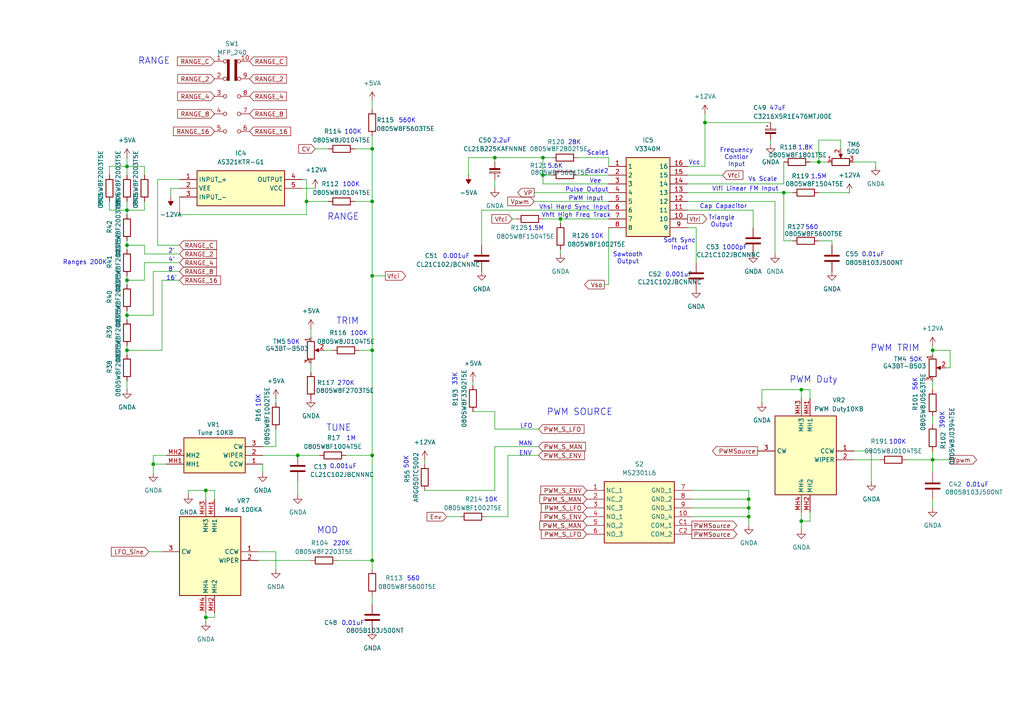
<source format=kicad_sch>
(kicad_sch (version 20250114) (generator "eeschema") (generator_version "9.0")
  (paper "A4")
  (text "LFO" (at 152.654 123.698 0) (effects (font (size 1.27 1.27))))
  (text "Scale2" (at 173.228 49.784 0) (effects (font (size 1.27 1.27))))
  (text "Vcc" (at 201.422 47.244 0) (effects (font (size 1.27 1.27))))
  (text "50K" (at 85.09 99.314 0) (effects (font (size 1.27 1.27))))
  (text "TRIM" (at 100.838 93.218 0) (effects (font (size 1.905 1.905))))
  (text "0.01uF" (at 283.464 140.716 0) (effects (font (size 1.27 1.27))))
  (text "560" (at 119.888 167.894 0) (effects (font (size 1.27 1.27))))
  (text "Frequency\nContlor\nInput" (at 213.614 45.72 0) (effects (font (size 1.27 1.27))))
  (text "270K" (at 100.33 111.252 0) (effects (font (size 1.27 1.27))))
  (text "10K" (at 142.494 145.034 0) (effects (font (size 1.27 1.27))))
  (text "33K" (at 131.9687 110.0165 90) (effects (font (size 1.27 1.27))))
  (text "RANGE" (at 44.704 17.78 0) (effects (font (size 1.905 1.905))))
  (text "Pulse Output" (at 170.18 55.118 0) (effects (font (size 1.27 1.27))))
  (text "47uF" (at 225.552 31.496 0) (effects (font (size 1.27 1.27))))
  (text "28K" (at 166.624 41.402 0) (effects (font (size 1.27 1.27))))
  (text "RANGE" (at 99.568 62.992 0) (effects (font (size 1.905 1.905))))
  (text "100K" (at 260.35 128.27 0) (effects (font (size 1.27 1.27))))
  (text "PWM SOURCE" (at 168.148 119.634 0) (effects (font (size 1.905 1.905))))
  (text "Vhsi Hard Sync Input" (at 166.624 60.198 0) (effects (font (size 1.27 1.27))))
  (text "390K" (at 273.304 121.92 90) (effects (font (size 1.27 1.27))))
  (text "Triangle\nOutput" (at 209.296 64.262 0) (effects (font (size 1.27 1.27))))
  (text "0.001uF" (at 99.568 135.382 0) (effects (font (size 1.27 1.27))))
  (text "TUNE" (at 98.298 124.206 0) (effects (font (size 1.905 1.905))))
  (text "8'" (at 49.784 78.232 0) (effects (font (size 1.27 1.27))))
  (text "100K" (at 104.14 96.774 0) (effects (font (size 1.27 1.27))))
  (text "PWM Input" (at 169.926 57.658 0) (effects (font (size 1.27 1.27))))
  (text "50K" (at 117.856 134.112 90) (effects (font (size 1.27 1.27))))
  (text "PWM Duty" (at 235.966 110.236 0) (effects (font (size 1.905 1.905))))
  (text "1.8K" (at 233.68 42.926 0) (effects (font (size 1.27 1.27))))
  (text "Sawtooth\nOutput" (at 182.118 74.93 0) (effects (font (size 1.27 1.27))))
  (text "PWM TRIM" (at 259.588 101.092 0) (effects (font (size 1.905 1.905))))
  (text "1000pF" (at 213.106 71.882 0) (effects (font (size 1.27 1.27))))
  (text "Vlfi Linear FM Input" (at 216.154 54.864 0) (effects (font (size 1.27 1.27))))
  (text "220K" (at 99.06 157.734 0) (effects (font (size 1.27 1.27))))
  (text "MAN" (at 152.4 128.778 0) (effects (font (size 1.27 1.27))))
  (text "16'" (at 49.784 80.772 0) (effects (font (size 1.27 1.27))))
  (text "Vee" (at 172.72 52.578 0) (effects (font (size 1.27 1.27))))
  (text "10K" (at 173.228 68.58 0) (effects (font (size 1.27 1.27))))
  (text "0.01uF" (at 253.238 73.914 0) (effects (font (size 1.27 1.27))))
  (text "Soft Sync\nInput" (at 197.104 70.866 0) (effects (font (size 1.27 1.27))))
  (text "Scale1" (at 173.482 44.45 0) (effects (font (size 1.27 1.27))))
  (text "0.01uF" (at 102.362 180.848 0) (effects (font (size 1.27 1.27))))
  (text "Ranges 200K" (at 24.638 76.2 0) (effects (font (size 1.27 1.27))))
  (text "56K" (at 265.43 111.506 90) (effects (font (size 1.27 1.27))))
  (text "100K" (at 102.362 38.354 0) (effects (font (size 1.27 1.27))))
  (text "560" (at 235.458 66.04 0) (effects (font (size 1.27 1.27))))
  (text "2.2uF" (at 145.542 40.894 0) (effects (font (size 1.27 1.27))))
  (text "1M" (at 101.854 127.254 0) (effects (font (size 1.27 1.27))))
  (text "Vs Scale" (at 221.234 52.07 0) (effects (font (size 1.27 1.27))))
  (text "ENV" (at 152.4 131.572 0) (effects (font (size 1.27 1.27))))
  (text "100K" (at 101.854 53.594 0) (effects (font (size 1.27 1.27))))
  (text "10K" (at 74.93 116.332 90) (effects (font (size 1.27 1.27))))
  (text "1.5M" (at 237.49 51.308 0) (effects (font (size 1.27 1.27))))
  (text "Cap Capacitor" (at 209.804 59.944 0) (effects (font (size 1.27 1.27))))
  (text "0.001uF" (at 196.85 79.756 0) (effects (font (size 1.27 1.27))))
  (text "0.001uF" (at 132.334 74.422 0) (effects (font (size 1.27 1.27))))
  (text "50K" (at 265.684 104.394 0) (effects (font (size 1.27 1.27))))
  (text "560K" (at 118.11 35.052 0) (effects (font (size 1.27 1.27))))
  (text "1.5M" (at 155.448 66.294 0) (effects (font (size 1.27 1.27))))
  (text "4'" (at 49.784 75.438 0) (effects (font (size 1.27 1.27))))
  (text "MOD" (at 94.996 153.924 0) (effects (font (size 1.905 1.905))))
  (text "Vhft High Freq Track" (at 167.132 62.484 0) (effects (font (size 1.27 1.27))))
  (text "5.6K" (at 161.036 48.26 0) (effects (font (size 1.27 1.27))))
  (text "2'" (at 49.784 72.898 0) (effects (font (size 1.27 1.27))))
  (junction (at 36.83 91.44))
  (junction (at 36.83 101.6))
  (junction (at 44.45 134.62))
  (junction (at 157.48 50.8))
  (junction (at 157.48 45.72))
  (junction (at 107.95 58.42))
  (junction (at 204.47 35.56))
  (junction (at 227.33 55.88))
  (junction (at 86.36 132.08))
  (junction (at 88.9 58.42))
  (junction (at 143.51 45.72))
  (junction (at 36.83 71.12))
  (junction (at 162.56 63.5))
  (junction (at 36.83 60.96))
  (junction (at 107.95 162.56))
  (junction (at 237.49 46.99))
  (junction (at 107.95 80.01))
  (junction (at 36.83 81.28))
  (junction (at 59.69 179.07))
  (junction (at 107.95 43.18))
  (junction (at 36.83 48.26))
  (junction (at 59.69 142.24))
  (junction (at 270.51 133.35))
  (junction (at 217.17 147.32))
  (junction (at 107.95 132.08))
  (junction (at 232.41 151.13))
  (junction (at 217.17 144.78))
  (junction (at 232.41 113.03))
  (junction (at 217.17 149.86))
  (junction (at 107.95 101.6))
  (junction (at 270.51 101.6))
  (wire (pts (xy 76.2 129.54) (xy 80.01 129.54)))
  (wire (pts (xy 139.7 60.96) (xy 139.7 71.12)))
  (wire (pts (xy 227.33 46.99) (xy 227.33 53.34)))
  (wire (pts (xy 254 46.99) (xy 254 48.26)))
  (wire (pts (xy 107.95 43.18) (xy 107.95 58.42)))
  (wire (pts (xy 107.95 172.72) (xy 107.95 175.26)))
  (wire (pts (xy 200.66 149.86) (xy 217.17 149.86)))
  (wire (pts (xy 41.91 76.2) (xy 52.07 76.2)))
  (wire (pts (xy 36.83 48.26) (xy 41.91 48.26)))
  (wire (pts (xy 247.65 130.81) (xy 252.73 130.81)))
  (wire (pts (xy 176.53 45.72) (xy 167.64 45.72)))
  (wire (pts (xy 157.48 45.72) (xy 160.02 45.72)))
  (wire (pts (xy 93.98 101.6) (xy 96.52 101.6)))
  (wire (pts (xy 200.66 147.32) (xy 217.17 147.32)))
  (wire (pts (xy 45.72 71.12) (xy 45.72 52.07)))
  (wire (pts (xy 232.41 113.03) (xy 220.98 113.03)))
  (wire (pts (xy 162.56 63.5) (xy 176.53 63.5)))
  (wire (pts (xy 137.16 110.49) (xy 137.16 111.76)))
  (wire (pts (xy 36.83 60.96) (xy 36.83 62.23)))
  (wire (pts (xy 107.95 101.6) (xy 107.95 132.08)))
  (wire (pts (xy 46.99 101.6) (xy 46.99 81.28)))
  (wire (pts (xy 41.91 71.12) (xy 41.91 73.66)))
  (wire (pts (xy 199.39 55.88) (xy 227.33 55.88)))
  (wire (pts (xy 143.51 124.46) (xy 156.21 124.46)))
  (wire (pts (xy 217.17 149.86) (xy 217.17 152.4)))
  (wire (pts (xy 217.17 144.78) (xy 217.17 147.32)))
  (wire (pts (xy 237.49 69.85) (xy 241.3 69.85)))
  (wire (pts (xy 262.89 133.35) (xy 270.51 133.35)))
  (wire (pts (xy 147.32 132.08) (xy 156.21 132.08)))
  (wire (pts (xy 143.51 119.38) (xy 143.51 124.46)))
  (wire (pts (xy 143.51 45.72) (xy 157.48 45.72)))
  (wire (pts (xy 54.61 142.24) (xy 59.69 142.24)))
  (wire (pts (xy 227.33 55.88) (xy 227.33 69.85)))
  (wire (pts (xy 36.83 90.17) (xy 36.83 91.44)))
  (wire (pts (xy 176.53 48.26) (xy 176.53 45.72)))
  (wire (pts (xy 270.51 133.35) (xy 275.59 133.35)))
  (wire (pts (xy 143.51 129.54) (xy 156.21 129.54)))
  (wire (pts (xy 252.73 130.81) (xy 252.73 139.7)))
  (wire (pts (xy 88.9 52.07) (xy 87.63 52.07)))
  (wire (pts (xy 175.26 82.55) (xy 176.53 82.55)))
  (wire (pts (xy 41.91 48.26) (xy 41.91 50.8)))
  (wire (pts (xy 224.79 58.42) (xy 224.79 73.66)))
  (wire (pts (xy 59.69 142.24) (xy 59.69 144.78)))
  (wire (pts (xy 232.41 148.59) (xy 232.41 151.13)))
  (wire (pts (xy 154.94 58.42) (xy 176.53 58.42)))
  (wire (pts (xy 275.59 101.6) (xy 270.51 101.6)))
  (wire (pts (xy 62.23 144.78) (xy 62.23 142.24)))
  (wire (pts (xy 270.51 130.81) (xy 270.51 133.35)))
  (wire (pts (xy 204.47 33.02) (xy 204.47 35.56)))
  (wire (pts (xy 76.2 137.16) (xy 76.2 134.62)))
  (wire (pts (xy 111.76 80.01) (xy 107.95 80.01)))
  (wire (pts (xy 90.17 95.25) (xy 90.17 97.79)))
  (wire (pts (xy 41.91 73.66) (xy 52.07 73.66)))
  (wire (pts (xy 237.49 46.99) (xy 240.03 46.99)))
  (wire (pts (xy 36.83 91.44) (xy 44.45 91.44)))
  (wire (pts (xy 227.33 53.34) (xy 199.39 53.34)))
  (wire (pts (xy 232.41 151.13) (xy 232.41 153.67)))
  (wire (pts (xy 107.95 101.6) (xy 107.95 80.01)))
  (wire (pts (xy 36.83 80.01) (xy 36.83 81.28)))
  (wire (pts (xy 54.61 143.51) (xy 54.61 142.24)))
  (wire (pts (xy 241.3 69.85) (xy 241.3 71.12)))
  (wire (pts (xy 229.87 69.85) (xy 227.33 69.85)))
  (wire (pts (xy 129.54 149.86) (xy 133.35 149.86)))
  (wire (pts (xy 237.49 55.88) (xy 246.38 55.88)))
  (wire (pts (xy 270.51 120.65) (xy 270.51 123.19)))
  (wire (pts (xy 270.51 133.35) (xy 270.51 137.16)))
  (wire (pts (xy 36.83 45.72) (xy 36.83 48.26)))
  (wire (pts (xy 59.69 179.07) (xy 59.69 180.34)))
  (wire (pts (xy 234.95 115.57) (xy 234.95 113.03)))
  (wire (pts (xy 36.83 91.44) (xy 36.83 92.71)))
  (wire (pts (xy 143.51 45.72) (xy 143.51 46.99)))
  (wire (pts (xy 270.51 110.49) (xy 270.51 113.03)))
  (wire (pts (xy 218.44 60.96) (xy 218.44 66.04)))
  (wire (pts (xy 45.72 71.12) (xy 52.07 71.12)))
  (wire (pts (xy 201.93 66.04) (xy 199.39 66.04)))
  (wire (pts (xy 200.66 144.78) (xy 217.17 144.78)))
  (wire (pts (xy 243.84 40.64) (xy 237.49 40.64)))
  (wire (pts (xy 44.45 91.44) (xy 44.45 78.74)))
  (wire (pts (xy 217.17 147.32) (xy 217.17 149.86)))
  (wire (pts (xy 86.36 139.7) (xy 86.36 143.51)))
  (wire (pts (xy 140.97 149.86) (xy 147.32 149.86)))
  (wire (pts (xy 275.59 106.68) (xy 275.59 101.6)))
  (wire (pts (xy 234.95 151.13) (xy 234.95 148.59)))
  (wire (pts (xy 31.75 50.8) (xy 31.75 48.26)))
  (wire (pts (xy 88.9 62.23) (xy 88.9 58.42)))
  (wire (pts (xy 123.19 133.35) (xy 123.19 134.62)))
  (wire (pts (xy 157.48 63.5) (xy 162.56 63.5)))
  (wire (pts (xy 176.53 60.96) (xy 139.7 60.96)))
  (wire (pts (xy 74.93 162.56) (xy 90.17 162.56)))
  (wire (pts (xy 74.93 160.02) (xy 80.01 160.02)))
  (wire (pts (xy 199.39 58.42) (xy 224.79 58.42)))
  (wire (pts (xy 143.51 142.24) (xy 143.51 129.54)))
  (wire (pts (xy 232.41 115.57) (xy 232.41 113.03)))
  (wire (pts (xy 36.83 81.28) (xy 36.83 82.55)))
  (wire (pts (xy 204.47 48.26) (xy 199.39 48.26)))
  (wire (pts (xy 200.66 142.24) (xy 217.17 142.24)))
  (wire (pts (xy 234.95 46.99) (xy 237.49 46.99)))
  (wire (pts (xy 199.39 60.96) (xy 218.44 60.96)))
  (wire (pts (xy 209.55 50.8) (xy 199.39 50.8)))
  (wire (pts (xy 160.02 50.8) (xy 157.48 50.8)))
  (wire (pts (xy 88.9 58.42) (xy 88.9 52.07)))
  (wire (pts (xy 36.83 69.85) (xy 36.83 71.12)))
  (wire (pts (xy 104.14 101.6) (xy 107.95 101.6)))
  (wire (pts (xy 102.87 43.18) (xy 107.95 43.18)))
  (wire (pts (xy 270.51 101.6) (xy 270.51 102.87)))
  (wire (pts (xy 247.65 46.99) (xy 254 46.99)))
  (wire (pts (xy 176.53 82.55) (xy 176.53 66.04)))
  (wire (pts (xy 107.95 58.42) (xy 107.95 80.01)))
  (wire (pts (xy 86.36 132.08) (xy 92.71 132.08)))
  (wire (pts (xy 137.16 119.38) (xy 143.51 119.38)))
  (wire (pts (xy 107.95 29.21) (xy 107.95 31.75)))
  (wire (pts (xy 48.26 134.62) (xy 44.45 134.62)))
  (wire (pts (xy 223.52 40.64) (xy 223.52 41.91)))
  (wire (pts (xy 41.91 81.28) (xy 41.91 76.2)))
  (wire (pts (xy 36.83 60.96) (xy 41.91 60.96)))
  (wire (pts (xy 135.89 45.72) (xy 143.51 45.72)))
  (wire (pts (xy 36.83 58.42) (xy 36.83 60.96)))
  (wire (pts (xy 234.95 113.03) (xy 232.41 113.03)))
  (wire (pts (xy 167.64 50.8) (xy 176.53 50.8)))
  (wire (pts (xy 80.01 124.46) (xy 80.01 129.54)))
  (wire (pts (xy 36.83 48.26) (xy 36.83 50.8)))
  (wire (pts (xy 232.41 151.13) (xy 234.95 151.13)))
  (wire (pts (xy 135.89 45.72) (xy 135.89 50.8)))
  (wire (pts (xy 154.94 55.88) (xy 176.53 55.88)))
  (wire (pts (xy 270.51 100.33) (xy 270.51 101.6)))
  (wire (pts (xy 227.33 55.88) (xy 229.87 55.88)))
  (wire (pts (xy 147.32 149.86) (xy 147.32 132.08)))
  (wire (pts (xy 80.01 116.84) (xy 80.01 115.57)))
  (wire (pts (xy 80.01 160.02) (xy 80.01 165.1)))
  (wire (pts (xy 62.23 179.07) (xy 59.69 179.07)))
  (wire (pts (xy 204.47 35.56) (xy 223.52 35.56)))
  (wire (pts (xy 45.72 52.07) (xy 52.07 52.07)))
  (wire (pts (xy 91.44 43.18) (xy 95.25 43.18)))
  (wire (pts (xy 107.95 39.37) (xy 107.95 43.18)))
  (wire (pts (xy 143.51 52.07) (xy 143.51 54.61)))
  (wire (pts (xy 123.19 142.24) (xy 143.51 142.24)))
  (wire (pts (xy 87.63 54.61) (xy 91.44 54.61)))
  (wire (pts (xy 176.53 53.34) (xy 157.48 53.34)))
  (wire (pts (xy 46.99 81.28) (xy 52.07 81.28)))
  (wire (pts (xy 31.75 48.26) (xy 36.83 48.26)))
  (wire (pts (xy 88.9 58.42) (xy 95.25 58.42)))
  (wire (pts (xy 220.98 113.03) (xy 220.98 116.84)))
  (wire (pts (xy 62.23 177.8) (xy 62.23 179.07)))
  (wire (pts (xy 36.83 100.33) (xy 36.83 101.6)))
  (wire (pts (xy 107.95 162.56) (xy 107.95 165.1)))
  (wire (pts (xy 41.91 60.96) (xy 41.91 58.42)))
  (wire (pts (xy 44.45 132.08) (xy 44.45 134.62)))
  (wire (pts (xy 44.45 78.74) (xy 52.07 78.74)))
  (wire (pts (xy 31.75 60.96) (xy 36.83 60.96)))
  (wire (pts (xy 90.17 105.41) (xy 90.17 107.95)))
  (wire (pts (xy 36.83 71.12) (xy 41.91 71.12)))
  (wire (pts (xy 49.53 54.61) (xy 49.53 57.15)))
  (wire (pts (xy 148.59 63.5) (xy 149.86 63.5)))
  (wire (pts (xy 157.48 45.72) (xy 157.48 50.8)))
  (wire (pts (xy 270.51 144.78) (xy 270.51 147.32)))
  (wire (pts (xy 162.56 63.5) (xy 162.56 64.77)))
  (wire (pts (xy 237.49 40.64) (xy 237.49 46.99)))
  (wire (pts (xy 107.95 162.56) (xy 107.95 132.08)))
  (wire (pts (xy 102.87 58.42) (xy 107.95 58.42)))
  (wire (pts (xy 100.33 132.08) (xy 107.95 132.08)))
  (wire (pts (xy 43.18 160.02) (xy 46.99 160.02)))
  (wire (pts (xy 44.45 134.62) (xy 44.45 137.16)))
  (wire (pts (xy 48.26 132.08) (xy 44.45 132.08)))
  (wire (pts (xy 59.69 177.8) (xy 59.69 179.07)))
  (wire (pts (xy 36.83 101.6) (xy 46.99 101.6)))
  (wire (pts (xy 52.07 57.15) (xy 52.07 62.23)))
  (wire (pts (xy 157.48 53.34) (xy 157.48 50.8)))
  (wire (pts (xy 52.07 54.61) (xy 49.53 54.61)))
  (wire (pts (xy 217.17 142.24) (xy 217.17 144.78)))
  (wire (pts (xy 36.83 71.12) (xy 36.83 72.39)))
  (wire (pts (xy 62.23 142.24) (xy 59.69 142.24)))
  (wire (pts (xy 31.75 58.42) (xy 31.75 60.96)))
  (wire (pts (xy 247.65 133.35) (xy 255.27 133.35)))
  (wire (pts (xy 76.2 132.08) (xy 86.36 132.08)))
  (wire (pts (xy 243.84 43.18) (xy 243.84 40.64)))
  (wire (pts (xy 52.07 62.23) (xy 88.9 62.23)))
  (wire (pts (xy 201.93 66.04) (xy 201.93 76.2)))
  (wire (pts (xy 274.32 106.68) (xy 275.59 106.68)))
  (wire (pts (xy 36.83 110.49) (xy 36.83 113.03)))
  (wire (pts (xy 97.79 162.56) (xy 107.95 162.56)))
  (wire (pts (xy 36.83 81.28) (xy 41.91 81.28)))
  (wire (pts (xy 162.56 73.66) (xy 162.56 72.39)))
  (wire (pts (xy 204.47 35.56) (xy 204.47 48.26)))
  (wire (pts (xy 36.83 101.6) (xy 36.83 102.87)))
  (global_label "VP" (shape output) (at 154.94 55.88 180) (property "Intersheetrefs" "${INTERSHEET_REFS}" (effects (hide yes))))
  (global_label "RANGE_16" (shape input) (at 52.07 81.28 0) (property "Intersheetrefs" "${INTERSHEET_REFS}" (effects (hide yes))))
  (global_label "Vpwm" (shape input) (at 154.94 58.42 180) (property "Intersheetrefs" "${INTERSHEET_REFS}" (effects (hide yes))))
  (global_label "RANGE_2" (shape input) (at 72.39 22.86 0) (property "Intersheetrefs" "${INTERSHEET_REFS}" (effects (hide yes))))
  (global_label "RANGE_16" (shape input) (at 62.23 38.1 180) (property "Intersheetrefs" "${INTERSHEET_REFS}" (effects (hide yes))))
  (global_label "PWMSource" (shape output) (at 200.66 152.4 0) (property "Intersheetrefs" "${INTERSHEET_REFS}" (effects (hide yes))))
  (global_label "PWM_S_LFO" (shape input) (at 170.18 154.94 180) (property "Intersheetrefs" "${INTERSHEET_REFS}" (effects (hide yes))))
  (global_label "RANGE_8" (shape input) (at 72.39 33.02 0) (property "Intersheetrefs" "${INTERSHEET_REFS}" (effects (hide yes))))
  (global_label "Vpwm" (shape output) (at 275.59 133.35 0) (property "Intersheetrefs" "${INTERSHEET_REFS}" (effects (hide yes))))
  (global_label "Env" (shape input) (at 129.54 149.86 180) (property "Intersheetrefs" "${INTERSHEET_REFS}" (effects (hide yes))))
  (global_label "Vfci" (shape input) (at 209.55 50.8 0) (property "Intersheetrefs" "${INTERSHEET_REFS}" (effects (hide yes))))
  (global_label "PWM_S_MAN" (shape input) (at 156.21 129.54 0) (property "Intersheetrefs" "${INTERSHEET_REFS}" (effects (hide yes))))
  (global_label "RANGE_2" (shape input) (at 52.07 73.66 0) (property "Intersheetrefs" "${INTERSHEET_REFS}" (effects (hide yes))))
  (global_label "LFO_Sine" (shape input) (at 43.18 160.02 180) (property "Intersheetrefs" "${INTERSHEET_REFS}" (effects (hide yes))))
  (global_label "PWM_S_ENV" (shape input) (at 156.21 132.08 0) (property "Intersheetrefs" "${INTERSHEET_REFS}" (effects (hide yes))))
  (global_label "RANGE_2" (shape input) (at 62.23 22.86 180) (property "Intersheetrefs" "${INTERSHEET_REFS}" (effects (hide yes))))
  (global_label "PWM_S_MAN" (shape input) (at 170.18 152.4 180) (property "Intersheetrefs" "${INTERSHEET_REFS}" (effects (hide yes))))
  (global_label "RANGE_4" (shape input) (at 52.07 76.2 0) (property "Intersheetrefs" "${INTERSHEET_REFS}" (effects (hide yes))))
  (global_label "PWMSource" (shape output) (at 219.71 130.81 180) (property "Intersheetrefs" "${INTERSHEET_REFS}" (effects (hide yes))))
  (global_label "RANGE_16" (shape input) (at 72.39 38.1 0) (property "Intersheetrefs" "${INTERSHEET_REFS}" (effects (hide yes))))
  (global_label "RANGE_C" (shape input) (at 72.39 17.78 0) (property "Intersheetrefs" "${INTERSHEET_REFS}" (effects (hide yes))))
  (global_label "RANGE_4" (shape input) (at 62.23 27.94 180) (property "Intersheetrefs" "${INTERSHEET_REFS}" (effects (hide yes))))
  (global_label "PWM_S_MAN" (shape input) (at 170.18 144.78 180) (property "Intersheetrefs" "${INTERSHEET_REFS}" (effects (hide yes))))
  (global_label "RANGE_C" (shape input) (at 62.23 17.78 180) (property "Intersheetrefs" "${INTERSHEET_REFS}" (effects (hide yes))))
  (global_label "PWM_S_LFO" (shape input) (at 170.18 147.32 180) (property "Intersheetrefs" "${INTERSHEET_REFS}" (effects (hide yes))))
  (global_label "PWM_S_ENV" (shape input) (at 170.18 142.24 180) (property "Intersheetrefs" "${INTERSHEET_REFS}" (effects (hide yes))))
  (global_label "CV" (shape input) (at 91.44 43.18 180) (property "Intersheetrefs" "${INTERSHEET_REFS}" (effects (hide yes))))
  (global_label "Vfci" (shape output) (at 111.76 80.01 0) (property "Intersheetrefs" "${INTERSHEET_REFS}" (effects (hide yes))))
  (global_label "RANGE_C" (shape input) (at 52.07 71.12 0) (property "Intersheetrefs" "${INTERSHEET_REFS}" (effects (hide yes))))
  (global_label "RANGE_8" (shape input) (at 52.07 78.74 0) (property "Intersheetrefs" "${INTERSHEET_REFS}" (effects (hide yes))))
  (global_label "PWM_S_LFO" (shape input) (at 156.21 124.46 0) (property "Intersheetrefs" "${INTERSHEET_REFS}" (effects (hide yes))))
  (global_label "Vfci" (shape input) (at 148.59 63.5 180) (property "Intersheetrefs" "${INTERSHEET_REFS}" (effects (hide yes))))
  (global_label "Vso" (shape output) (at 175.26 82.55 180) (property "Intersheetrefs" "${INTERSHEET_REFS}" (effects (hide yes))))
  (global_label "RANGE_8" (shape input) (at 62.23 33.02 180) (property "Intersheetrefs" "${INTERSHEET_REFS}" (effects (hide yes))))
  (global_label "PWM_S_ENV" (shape input) (at 170.18 149.86 180) (property "Intersheetrefs" "${INTERSHEET_REFS}" (effects (hide yes))))
  (global_label "RANGE_4" (shape input) (at 72.39 27.94 0) (property "Intersheetrefs" "${INTERSHEET_REFS}" (effects (hide yes))))
  (global_label "PWMSource" (shape output) (at 200.66 154.94 0) (property "Intersheetrefs" "${INTERSHEET_REFS}" (effects (hide yes))))
  (global_label "Vtri" (shape output) (at 199.39 63.5 0) (property "Intersheetrefs" "${INTERSHEET_REFS}" (effects (hide yes))))
  (symbol (lib_id "power:+5VA") (at 90.17 95.25 0) (unit 1)
    (property "Reference" "#PWR020" (effects (hide yes)))
    (property "Value" "+5VA" (at 90.17 90.17 0))
    (property "Description" "Power symbol creates a global label with name \"+5VA\"" (effects (hide yes)))
  )
  (symbol (lib_id "Device:R") (at 231.14 46.99 90) (unit 1)
    (property "Reference" "R118" (at 228.6 42.672 90))
    (property "Value" "0805W8F1801T5E" (at 231.394 44.958 90))
    (property "Footprint" "Resistor_SMD:R_0805_2012Metric_Pad1.20x1.40mm_HandSolder" (effects (hide yes)))
    (property "Description" "Resistor" (effects (hide yes)))
  )
  (symbol (lib_id "Device:R") (at 80.01 120.65 180) (unit 1)
    (property "Reference" "R16" (at 74.93 120.396 90))
    (property "Value" "0805W8F1002T5E" (at 77.47 120.65 90))
    (property "Footprint" "Resistor_SMD:R_0805_2012Metric_Pad1.20x1.40mm_HandSolder" (effects (hide yes)))
    (property "Description" "Resistor" (effects (hide yes)))
  )
  (symbol (lib_id "Device:R") (at 163.83 50.8 90) (unit 1)
    (property "Reference" "R121" (at 156.21 48.006 90))
    (property "Value" "0805W8F5601T5E" (at 162.306 50.038 90))
    (property "Footprint" "Resistor_SMD:R_0805_2012Metric_Pad1.20x1.40mm_HandSolder" (effects (hide yes)))
    (property "Description" "Resistor" (effects (hide yes)))
  )
  (symbol (lib_id "power:GNDA") (at 217.17 152.4 0) (unit 1)
    (property "Reference" "#PWR027" (effects (hide yes)))
    (property "Value" "GNDA" (at 217.17 157.48 0))
    (property "Description" "Power symbol creates a global label with name \"GNDA\" , analog ground" (effects (hide yes)))
  )
  (symbol (lib_id "Device:C") (at 201.93 80.01 180) (unit 1)
    (property "Reference" "C52" (at 187.96 79.502 0) (effects (justify right)))
    (property "Value" "CL21C102JBCNNNC" (at 184.912 81.788 0) (effects (justify right)))
    (property "Footprint" "Capacitor_SMD:C_0805_2012Metric_Pad1.18x1.45mm_HandSolder" (effects (hide yes)))
    (property "Description" "Unpolarized capacitor" (effects (hide yes)))
  )
  (symbol (lib_id "power:GNDA") (at 252.73 139.7 0) (unit 1)
    (property "Reference" "#PWR075" (effects (hide yes)))
    (property "Value" "GNDA" (at 252.73 144.78 0))
    (property "Description" "Power symbol creates a global label with name \"GNDA\" , analog ground" (effects (hide yes)))
  )
  (symbol (lib_id "Device:C") (at 218.44 69.85 180) (unit 1)
    (property "Reference" "C53" (at 204.724 71.628 0) (effects (justify right)))
    (property "Value" "CL21C102JBCNNNC" (at 201.93 73.914 0) (effects (justify right)))
    (property "Footprint" "Resistor_SMD:R_0805_2012Metric_Pad1.20x1.40mm_HandSolder" (effects (hide yes)))
    (property "Description" "Unpolarized capacitor" (effects (hide yes)))
  )
  (symbol (lib_id "power:+5VA") (at 80.01 115.57 0) (unit 1)
    (property "Reference" "#PWR017" (effects (hide yes)))
    (property "Value" "+5VA" (at 80.01 110.49 0))
    (property "Description" "Power symbol creates a global label with name \"+5VA\"" (effects (hide yes)))
  )
  (symbol (lib_id "SamacSys_Parts:RK09D117000B") (at 76.2 134.62 180) (unit 1)
    (property "Reference" "VR1" (at 61.976 123.19 0))
    (property "Value" "Tune 10KB" (at 62.484 125.476 0))
    (property "Footprint" "SamacSys_parts:RK09D117000B" (effects (hide yes)))
    (property "Datasheet" "https://tech.alpsalpine.com/prod/j/html/potentiometer/rotarypotentiometers/rk09k/rk09d117000b.html" (effects (hide yes)))
    (property "Description" "9-inch insulated shaft snap-in type RK09K/RK09D series" (effects (hide yes)))
    (property "Height" "30" (effects (hide yes)))
    (property "Manufacturer_Name" "ALPS Electric" (effects (hide yes)))
    (property "Manufacturer_Part_Number" "RK09D117000B" (effects (hide yes)))
    (property "Mouser Part Number" "688-RK09D117000B" (effects (hide yes)))
    (property "Mouser Price/Stock" "https://www.mouser.co.uk/ProductDetail/Alps-Alpine/RK09D117000B?qs=3cOf6TWd2rbc67829PEbEQ%3D%3D" (effects (hide yes)))
  )
  (symbol (lib_id "power:GNDA") (at 54.61 143.51 0) (mirror y) (unit 1)
    (property "Reference" "#PWR010" (effects (hide yes)))
    (property "Value" "GNDA" (at 54.61 148.59 0))
    (property "Description" "Power symbol creates a global label with name \"GNDA\" , analog ground" (effects (hide yes)))
  )
  (symbol (lib_id "power:GNDA") (at 80.01 165.1 0) (mirror y) (unit 1)
    (property "Reference" "#PWR059" (effects (hide yes)))
    (property "Value" "GNDA" (at 80.01 170.18 0))
    (property "Description" "Power symbol creates a global label with name \"GNDA\" , analog ground" (effects (hide yes)))
  )
  (symbol (lib_id "power:GNDA") (at 90.17 115.57 0) (unit 1)
    (property "Reference" "#PWR051" (effects (hide yes)))
    (property "Value" "GNDA" (at 90.17 120.65 0))
    (property "Description" "Power symbol creates a global label with name \"GNDA\" , analog ground" (effects (hide yes)))
  )
  (symbol (lib_id "Device:R") (at 93.98 162.56 90) (unit 1)
    (property "Reference" "R104" (at 92.71 157.48 90))
    (property "Value" "0805W8F2203T5E" (at 93.98 160.02 90))
    (property "Footprint" "Resistor_SMD:R_0805_2012Metric_Pad1.20x1.40mm_HandSolder" (effects (hide yes)))
    (property "Description" "Resistor" (effects (hide yes)))
  )
  (symbol (lib_id "power:GNDA") (at 232.41 153.67 0) (unit 1)
    (property "Reference" "#PWR060" (effects (hide yes)))
    (property "Value" "GNDA" (at 232.41 158.75 0))
    (property "Description" "Power symbol creates a global label with name \"GNDA\" , analog ground" (effects (hide yes)))
  )
  (symbol (lib_id "Device:C") (at 86.36 135.89 180) (unit 1)
    (property "Reference" "C13" (at 90.932 135.382 0) (effects (justify right)))
    (property "Value" "CL21C102JBCNNNC" (at 89.916 137.668 0) (effects (justify right)))
    (property "Footprint" "Capacitor_SMD:C_0805_2012Metric_Pad1.18x1.45mm_HandSolder" (effects (hide yes)))
    (property "Description" "Unpolarized capacitor" (effects (hide yes)))
  )
  (symbol (lib_id "Device:R_Potentiometer") (at 243.84 46.99 90) (unit 1)
    (property "Reference" "TM6" (at 247.65 41.91 90))
    (property "Value" "500" (at 247.396 43.942 90))
    (property "Footprint" "Potentiometer_THT:Potentiometer_Bourns_3386P_Vertical" (effects (hide yes)))
    (property "Description" "Potentiometer" (effects (hide yes)))
  )
  (symbol (lib_id "power:GNDA") (at 218.44 73.66 0) (unit 1)
    (property "Reference" "#PWR063" (effects (hide yes)))
    (property "Value" "GNDA" (at 218.44 78.74 0))
    (property "Description" "Power symbol creates a global label with name \"GNDA\" , analog ground" (effects (hide yes)))
  )
  (symbol (lib_id "Device:R") (at 31.75 54.61 180) (unit 1)
    (property "Reference" "R43" (at 29.21 57.912 90))
    (property "Value" "0805W8F2003T5E" (at 29.21 52.07 90))
    (property "Footprint" "Resistor_SMD:R_0805_2012Metric_Pad1.20x1.40mm_HandSolder" (effects (hide yes)))
    (property "Description" "Resistor" (effects (hide yes)))
  )
  (symbol (lib_id "power:+12VA") (at 91.44 54.61 0) (unit 1)
    (property "Reference" "#PWR052" (effects (hide yes)))
    (property "Value" "+12VA" (at 91.694 49.276 0))
    (property "Description" "Power symbol creates a global label with name \"+12VA\"" (effects (hide yes)))
  )
  (symbol (lib_id "power:+12VA") (at 123.19 133.35 0) (unit 1)
    (property "Reference" "#PWR055" (effects (hide yes)))
    (property "Value" "+12VA" (at 123.19 128.27 0))
    (property "Description" "Power symbol creates a global label with name \"+12VA\"" (effects (hide yes)))
  )
  (symbol (lib_name "R_1") (lib_id "Device:R") (at 137.16 115.57 180) (unit 1)
    (property "Reference" "R193" (at 132.08 115.316 90))
    (property "Value" "0805W8F3302T5E" (at 134.62 115.57 90))
    (property "Footprint" "Resistor_SMD:R_0805_2012Metric_Pad1.20x1.40mm_HandSolder" (effects (hide yes)))
    (property "Description" "Resistor" (effects (hide yes)))
  )
  (symbol (lib_id "power:GNDA") (at 76.2 137.16 0) (unit 1)
    (property "Reference" "#PWR018" (effects (hide yes)))
    (property "Value" "GNDA" (at 76.2 142.24 0))
    (property "Description" "Power symbol creates a global label with name \"GNDA\" , analog ground" (effects (hide yes)))
  )
  (symbol (lib_id "SamacSys_Parts:MS2301L6") (at 170.18 142.24 0) (unit 1)
    (property "Reference" "S2" (at 185.42 134.62 0))
    (property "Value" "MS2301L6" (at 185.42 137.16 0))
    (property "Footprint" "SamacSys_parts:MS2301L6" (effects (hide yes)))
    (property "Datasheet" "https://www.citrelay.com/Catalog%20Pages/SwitchCatalog/MS2301.pdf" (effects (hide yes)))
    (property "Description" "SLIDE SWITCH DP3T 200MA 30VDC" (effects (hide yes)))
    (property "Height" "14.1" (effects (hide yes)))
    (property "Manufacturer_Name" "CIT Relay & Switch" (effects (hide yes)))
    (property "Manufacturer_Part_Number" "MS2301L6" (effects (hide yes)))
  )
  (symbol (lib_id "Device:R") (at 259.08 133.35 90) (unit 1)
    (property "Reference" "R191" (at 255.016 128.016 90))
    (property "Value" "0805W8J0104T5E" (at 259.08 130.81 90))
    (property "Footprint" "Resistor_SMD:R_0805_2012Metric_Pad1.20x1.40mm_HandSolder" (effects (hide yes)))
    (property "Description" "Resistor" (effects (hide yes)))
  )
  (symbol (lib_id "Device:C_Polarized_Small") (at 143.51 49.53 180) (unit 1)
    (property "Reference" "C50" (at 138.684 40.64 0) (effects (justify right)))
    (property "Value" "CL21B225KAFNNNE" (at 134.366 43.18 0) (effects (justify right)))
    (property "Footprint" "Capacitor_SMD:C_0805_2012Metric_Pad1.18x1.45mm_HandSolder" (effects (hide yes)))
    (property "Description" "Polarized capacitor, small symbol" (effects (hide yes)))
  )
  (symbol (lib_id "Device:R") (at 270.51 127 180) (unit 1)
    (property "Reference" "R102" (at 273.558 127.762 90))
    (property "Value" "0805W8J0394T5E" (at 276.098 126.492 90))
    (property "Footprint" "Resistor_SMD:R_0805_2012Metric_Pad1.20x1.40mm_HandSolder" (effects (hide yes)))
    (property "Description" "Resistor" (effects (hide yes)))
  )
  (symbol (lib_id "Device:R") (at 137.16 149.86 90) (unit 1)
    (property "Reference" "R214" (at 137.414 144.78 90))
    (property "Value" "0805W8F1002T5E" (at 137.16 147.32 90))
    (property "Footprint" "Resistor_SMD:R_0805_2012Metric_Pad1.20x1.40mm_HandSolder" (effects (hide yes)))
    (property "Description" "Resistor" (effects (hide yes)))
  )
  (symbol (lib_id "power:+12VA") (at 270.51 100.33 0) (unit 1)
    (property "Reference" "#PWR067" (effects (hide yes)))
    (property "Value" "+12VA" (at 270.51 95.25 0))
    (property "Description" "Power symbol creates a global label with name \"+12VA\"" (effects (hide yes)))
  )
  (symbol (lib_id "Device:R") (at 36.83 54.61 180) (unit 1)
    (property "Reference" "R44" (at 34.29 57.912 90))
    (property "Value" "0805W8F2003T5E" (at 34.29 52.07 90))
    (property "Footprint" "Resistor_SMD:R_0805_2012Metric_Pad1.20x1.40mm_HandSolder" (effects (hide yes)))
    (property "Description" "Resistor" (effects (hide yes)))
  )
  (symbol (lib_id "Device:R_Potentiometer") (at 90.17 101.6 0) (unit 1)
    (property "Reference" "TM5" (at 81.026 99.06 0))
    (property "Value" "G43BT-B503" (at 83.312 101.092 0))
    (property "Footprint" "Potentiometer_THT:Potentiometer_Bourns_3386P_Vertical" (effects (hide yes)))
    (property "Description" "Potentiometer" (effects (hide yes)))
  )
  (symbol (lib_id "power:GNDA") (at 162.56 73.66 0) (unit 1)
    (property "Reference" "#PWR061" (effects (hide yes)))
    (property "Value" "GNDA" (at 162.56 78.74 0))
    (property "Description" "Power symbol creates a global label with name \"GNDA\" , analog ground" (effects (hide yes)))
  )
  (symbol (lib_id "Device:R") (at 99.06 58.42 90) (unit 1)
    (property "Reference" "R112" (at 95.758 53.34 90))
    (property "Value" "0805W8J0104T5E" (at 99.06 55.88 90))
    (property "Footprint" "Resistor_SMD:R_0805_2012Metric_Pad1.20x1.40mm_HandSolder" (effects (hide yes)))
    (property "Description" "Resistor" (effects (hide yes)))
  )
  (symbol (lib_id "Device:R") (at 162.56 68.58 180) (unit 1)
    (property "Reference" "R126" (at 168.402 68.326 0))
    (property "Value" "0805W8F1002T5E" (at 172.974 70.866 0))
    (property "Footprint" "Resistor_SMD:R_0805_2012Metric_Pad1.20x1.40mm_HandSolder" (effects (hide yes)))
    (property "Description" "Resistor" (effects (hide yes)))
  )
  (symbol (lib_id "power:+5VA") (at 36.83 45.72 0) (unit 1)
    (property "Reference" "#PWR015" (effects (hide yes)))
    (property "Value" "+5VA" (at 36.83 40.64 0))
    (property "Description" "Power symbol creates a global label with name \"+5VA\"" (effects (hide yes)))
  )
  (symbol (lib_id "power:GNDA") (at 254 48.26 0) (unit 1)
    (property "Reference" "#PWR070" (effects (hide yes)))
    (property "Value" "GNDA" (at 254 53.34 0))
    (property "Description" "Power symbol creates a global label with name \"GNDA\" , analog ground" (effects (hide yes)))
  )
  (symbol (lib_id "Device:C") (at 139.7 74.93 180) (unit 1)
    (property "Reference" "C51" (at 123.19 74.168 0) (effects (justify right)))
    (property "Value" "CL21C102JBCNNNC" (at 120.65 76.708 0) (effects (justify right)))
    (property "Footprint" "Capacitor_SMD:C_0805_2012Metric_Pad1.18x1.45mm_HandSolder" (effects (hide yes)))
    (property "Description" "Unpolarized capacitor" (effects (hide yes)))
  )
  (symbol (lib_id "Device:R") (at 233.68 69.85 90) (unit 1)
    (property "Reference" "R127" (at 230.886 65.786 90))
    (property "Value" "0805W8F5600T5E" (at 235.966 67.818 90))
    (property "Footprint" "Resistor_SMD:R_0805_2012Metric_Pad1.20x1.40mm_HandSolder" (effects (hide yes)))
    (property "Description" "Resistor" (effects (hide yes)))
  )
  (symbol (lib_id "SamacSys_Parts:PTA2043-2010CIB104") (at 247.65 130.81 0) (mirror y) (unit 1)
    (property "Reference" "VR2" (at 243.332 116.078 0))
    (property "Value" "PWM Duty10KB" (at 243.332 118.618 0))
    (property "Footprint" "SamacSys_parts:PTA20432010CIB104" (effects (hide yes)))
    (property "Datasheet" "https://www.bourns.com/docs/Product-Datasheets/pta.pdf" (effects (hide yes)))
    (property "Description" "100 kOhms 0.1W, 1/10W Through Hole Slide Potentiometer Top Adjustment Type" (effects (hide yes)))
    (property "Height" "26.5" (effects (hide yes)))
    (property "Manufacturer_Name" "Bourns" (effects (hide yes)))
    (property "Manufacturer_Part_Number" "PTA2043-2010CIB104" (effects (hide yes)))
    (property "Mouser Part Number" "652-PTA2432010CIB104" (effects (hide yes)))
    (property "Mouser Price/Stock" "https://www.mouser.co.uk/ProductDetail/Bourns/PTA2043-2010CIB104?qs=QARuOjD9jaHYsv9Jo8DrWA%3D%3D" (effects (hide yes)))
    (property "Arrow Part Number" "PTA2043-2010CIB104" (effects (hide yes)))
    (property "Arrow Price/Stock" "https://www.arrow.com/en/products/pta2043-2010cib104/bourns?utm_currency=USD&region=nac" (effects (hide yes)))
  )
  (symbol (lib_id "Device:R") (at 163.83 45.72 90) (unit 1)
    (property "Reference" "R120" (at 161.29 41.148 90))
    (property "Value" "0805W8F2802T5E" (at 162.052 43.18 90))
    (property "Footprint" "Resistor_SMD:R_0805_2012Metric_Pad1.20x1.40mm_HandSolder" (effects (hide yes)))
    (property "Description" "Resistor" (effects (hide yes)))
  )
  (symbol (lib_id "SamacSys_Parts:AS321KTR-E1") (at 52.07 52.07 0) (unit 1)
    (property "Reference" "IC4" (at 69.85 44.45 0))
    (property "Value" "AS321KTR-G1" (at 69.85 46.99 0))
    (property "Footprint" "SamacSys_parts:SOT95P282X145-5N" (effects (hide yes)))
    (property "Datasheet" "https://www.diodes.com//assets/Datasheets/AS321.pdf" (effects (hide yes)))
    (property "Description" "Excellent Phase Margin: 60 deg.  Large Voltage Gain: 100dB (Typical)  Low Input Bias Current: 20nA (Typical)  Low Input Offset Voltage: 2mV (Typical)  Low Supply Current: 0.35mA at VCC = 5V  Wide Power Supply Voltage:  Single Supply: 3V to 36V  Dual Supplies: +/-1.5V to +/-18V  Wide Input Common Mode Voltage Range: 0V to VCC-1.5V  Lead-Free Packages: SOT25  Totally Lead-Free; RoHS Compliant (Notes 1 & 2)  Lead-Free Packages, Available in Green Molding Compound: SOT25  Totally Lead-F" (effects (hide yes)))
    (property "Height" "1.45" (effects (hide yes)))
    (property "Manufacturer_Name" "Diodes Incorporated" (effects (hide yes)))
    (property "Manufacturer_Part_Number" "AS321KTR-E1" (effects (hide yes)))
    (property "Mouser Part Number" "621-AS321KTR-E1" (effects (hide yes)))
    (property "Mouser Price/Stock" "https://www.mouser.co.uk/ProductDetail/Diodes-Incorporated/AS321KTR-E1?qs=5V6w%252Be2aIqbJH6DETpx4Lw%3D%3D" (effects (hide yes)))
    (property "Arrow Part Number" "AS321KTR-E1" (effects (hide yes)))
    (property "Arrow Price/Stock" "https://www.arrow.com/en/products/as321ktr-e1/diodes-incorporated?region=nac" (effects (hide yes)))
  )
  (symbol (lib_id "Device:R") (at 36.83 106.68 180) (unit 1)
    (property "Reference" "R38" (at 31.75 106.426 90))
    (property "Value" "0805W8F2003T5E" (at 34.29 106.68 90))
    (property "Footprint" "Resistor_SMD:R_0805_2012Metric_Pad1.20x1.40mm_HandSolder" (effects (hide yes)))
    (property "Description" "Resistor" (effects (hide yes)))
  )
  (symbol (lib_id "power:GNDA") (at 86.36 143.51 0) (unit 1)
    (property "Reference" "#PWR0105" (effects (hide yes)))
    (property "Value" "GNDA" (at 86.36 148.59 0))
    (property "Description" "Power symbol creates a global label with name \"GNDA\" , analog ground" (effects (hide yes)))
  )
  (symbol (lib_id "power:-5VA") (at 135.89 50.8 180) (unit 1)
    (property "Reference" "#PWR056" (effects (hide yes)))
    (property "Value" "-5VA" (at 135.89 55.88 0))
    (property "Description" "Power symbol creates a global label with name \"-5VA\"" (effects (hide yes)))
  )
  (symbol (lib_id "Device:R") (at 36.83 76.2 180) (unit 1)
    (property "Reference" "R41" (at 31.75 75.946 90))
    (property "Value" "0805W8F2003T5E" (at 34.29 76.2 90))
    (property "Footprint" "Resistor_SMD:R_0805_2012Metric_Pad1.20x1.40mm_HandSolder" (effects (hide yes)))
    (property "Description" "Resistor" (effects (hide yes)))
  )
  (symbol (lib_id "Device:R") (at 41.91 54.61 180) (unit 1)
    (property "Reference" "R45" (at 39.37 57.912 90))
    (property "Value" "0805W8F2003T5E" (at 39.37 52.07 90))
    (property "Footprint" "Resistor_SMD:R_0805_2012Metric_Pad1.20x1.40mm_HandSolder" (effects (hide yes)))
    (property "Description" "Resistor" (effects (hide yes)))
  )
  (symbol (lib_id "Device:R") (at 123.19 138.43 180) (unit 1)
    (property "Reference" "R55" (at 118.11 138.176 90))
    (property "Value" "ARG05DTC5002" (at 120.65 138.43 90))
    (property "Footprint" "Resistor_SMD:R_0805_2012Metric_Pad1.20x1.40mm_HandSolder" (effects (hide yes)))
    (property "Description" "Resistor" (effects (hide yes)))
  )
  (symbol (lib_id "Device:R") (at 36.83 66.04 180) (unit 1)
    (property "Reference" "R42" (at 31.75 65.786 90))
    (property "Value" "0805W8F2003T5E" (at 34.29 66.04 90))
    (property "Footprint" "Resistor_SMD:R_0805_2012Metric_Pad1.20x1.40mm_HandSolder" (effects (hide yes)))
    (property "Description" "Resistor" (effects (hide yes)))
  )
  (symbol (lib_id "power:+5VA") (at 107.95 29.21 0) (unit 1)
    (property "Reference" "#PWR053" (effects (hide yes)))
    (property "Value" "+5VA" (at 107.95 24.13 0))
    (property "Description" "Power symbol creates a global label with name \"+5VA\"" (effects (hide yes)))
  )
  (symbol (lib_id "power:GNDA") (at 107.95 182.88 0) (unit 1)
    (property "Reference" "#PWR054" (effects (hide yes)))
    (property "Value" "GNDA" (at 107.95 187.96 0))
    (property "Description" "Power symbol creates a global label with name \"GNDA\" , analog ground" (effects (hide yes)))
  )
  (symbol (lib_id "Device:C") (at 241.3 74.93 180) (unit 1)
    (property "Reference" "C55" (at 245.11 73.6599 0) (effects (justify right)))
    (property "Value" "0805B103J500NT" (at 245.11 76.1999 0) (effects (justify right)))
    (property "Footprint" "Capacitor_SMD:C_0805_2012Metric_Pad1.18x1.45mm_HandSolder" (effects (hide yes)))
    (property "Description" "Unpolarized capacitor" (effects (hide yes)))
  )
  (symbol (lib_id "Device:R") (at 99.06 43.18 90) (unit 1)
    (property "Reference" "R114" (at 96.52 38.1 90))
    (property "Value" "0805W8J0104T5E" (at 99.06 40.64 90))
    (property "Footprint" "Resistor_SMD:R_0805_2012Metric_Pad1.20x1.40mm_HandSolder" (effects (hide yes)))
    (property "Description" "Resistor" (effects (hide yes)))
  )
  (symbol (lib_id "Device:R") (at 36.83 86.36 180) (unit 1)
    (property "Reference" "R40" (at 31.75 86.106 90))
    (property "Value" "0805W8F2003T5E" (at 34.29 86.36 90))
    (property "Footprint" "Resistor_SMD:R_0805_2012Metric_Pad1.20x1.40mm_HandSolder" (effects (hide yes)))
    (property "Description" "Resistor" (effects (hide yes)))
  )
  (symbol (lib_id "power:GNDA") (at 59.69 180.34 0) (mirror y) (unit 1)
    (property "Reference" "#PWR09" (effects (hide yes)))
    (property "Value" "GNDA" (at 59.69 185.42 0))
    (property "Description" "Power symbol creates a global label with name \"GNDA\" , analog ground" (effects (hide yes)))
  )
  (symbol (lib_id "power:GNDA") (at 44.45 137.16 0) (unit 1)
    (property "Reference" "#PWR0103" (effects (hide yes)))
    (property "Value" "GNDA" (at 44.45 142.24 0))
    (property "Description" "Power symbol creates a global label with name \"GNDA\" , analog ground" (effects (hide yes)))
  )
  (symbol (lib_id "Device:R") (at 100.33 101.6 90) (unit 1)
    (property "Reference" "R116" (at 98.044 96.52 90))
    (property "Value" "0805W8J0104T5E" (at 100.33 99.06 90))
    (property "Footprint" "Resistor_SMD:R_0805_2012Metric_Pad1.20x1.40mm_HandSolder" (effects (hide yes)))
    (property "Description" "Resistor" (effects (hide yes)))
  )
  (symbol (lib_id "SamacSys_Parts:PTA2043-2010CIB104") (at 74.93 160.02 0) (mirror y) (unit 1)
    (property "Reference" "VR7" (at 70.612 145.288 0))
    (property "Value" "Mod 100KA" (at 70.612 147.828 0))
    (property "Footprint" "SamacSys_parts:PTA20432010CIB104" (effects (hide yes)))
    (property "Datasheet" "https://www.bourns.com/docs/Product-Datasheets/pta.pdf" (effects (hide yes)))
    (property "Description" "100 kOhms 0.1W, 1/10W Through Hole Slide Potentiometer Top Adjustment Type" (effects (hide yes)))
    (property "Height" "26.5" (effects (hide yes)))
    (property "Manufacturer_Name" "Bourns" (effects (hide yes)))
    (property "Manufacturer_Part_Number" "PTA2043-2010CIB104" (effects (hide yes)))
    (property "Mouser Part Number" "652-PTA2432010CIB104" (effects (hide yes)))
    (property "Mouser Price/Stock" "https://www.mouser.co.uk/ProductDetail/Bourns/PTA2043-2010CIB104?qs=QARuOjD9jaHYsv9Jo8DrWA%3D%3D" (effects (hide yes)))
    (property "Arrow Part Number" "PTA2043-2010CIB104" (effects (hide yes)))
    (property "Arrow Price/Stock" "https://www.arrow.com/en/products/pta2043-2010cib104/bourns?utm_currency=USD&region=nac" (effects (hide yes)))
  )
  (symbol (lib_id "power:GNDA") (at 224.79 73.66 0) (unit 1)
    (property "Reference" "#PWR065" (effects (hide yes)))
    (property "Value" "GNDA" (at 224.79 78.74 0))
    (property "Description" "Power symbol creates a global label with name \"GNDA\" , analog ground" (effects (hide yes)))
  )
  (symbol (lib_id "power:GNDA") (at 201.93 83.82 0) (unit 1)
    (property "Reference" "#PWR074" (effects (hide yes)))
    (property "Value" "GNDA" (at 201.93 88.9 0))
    (property "Description" "Power symbol creates a global label with name \"GNDA\" , analog ground" (effects (hide yes)))
  )
  (symbol (lib_id "SamacSys_Parts:MFP_240") (at 67.31 22.86 0) (unit 1)
    (property "Reference" "SW1" (at 67.31 12.7 0))
    (property "Value" "MFP_240" (at 67.31 15.24 0))
    (property "Footprint" "SamacSys_parts:MFP 240" (effects (hide yes)))
    (property "Description" "Slide Switch, dual pole double throw" (effects (hide yes)))
  )
  (symbol (lib_id "power:-12VA") (at 49.53 57.15 180) (unit 1)
    (property "Reference" "#PWR0106" (effects (hide yes)))
    (property "Value" "-12VA" (at 49.53 62.23 0))
    (property "Description" "Power symbol creates a global label with name \"-12VA\"" (effects (hide yes)))
  )
  (symbol (lib_id "Device:C_Polarized_Small") (at 223.52 38.1 0) (unit 1)
    (property "Reference" "C49" (at 218.44 31.242 0) (effects (justify left)))
    (property "Value" "C3216X5R1E476MTJ00E" (at 218.44 33.782 0) (effects (justify left)))
    (property "Footprint" "Capacitor_SMD:C_1206_3216Metric_Pad1.33x1.80mm_HandSolder" (effects (hide yes)))
    (property "Description" "Polarized capacitor, small symbol" (effects (hide yes)))
  )
  (symbol (lib_id "Device:C") (at 270.51 140.97 180) (unit 1)
    (property "Reference" "C42" (at 275.082 140.462 0) (effects (justify right)))
    (property "Value" "0805B103J500NT" (at 274.066 142.748 0) (effects (justify right)))
    (property "Footprint" "Capacitor_SMD:C_0805_2012Metric_Pad1.18x1.45mm_HandSolder" (effects (hide yes)))
    (property "Description" "Unpolarized capacitor" (effects (hide yes)))
  )
  (symbol (lib_id "power:GNDA") (at 270.51 147.32 0) (unit 1)
    (property "Reference" "#PWR068" (effects (hide yes)))
    (property "Value" "GNDA" (at 270.51 152.4 0))
    (property "Description" "Power symbol creates a global label with name \"GNDA\" , analog ground" (effects (hide yes)))
  )
  (symbol (lib_id "power:+12VA") (at 246.38 55.88 0) (unit 1)
    (property "Reference" "#PWR069" (effects (hide yes)))
    (property "Value" "+12VA" (at 246.38 50.8 0))
    (property "Description" "Power symbol creates a global label with name \"+12VA\"" (effects (hide yes)))
  )
  (symbol (lib_id "Device:R") (at 153.67 63.5 90) (unit 1)
    (property "Reference" "R125" (at 150.622 66.04 90))
    (property "Value" "0805W8F1504T5E" (at 152.4 68.58 90))
    (property "Footprint" "Resistor_SMD:R_0805_2012Metric_Pad1.20x1.40mm_HandSolder" (effects (hide yes)))
    (property "Description" "Resistor" (effects (hide yes)))
  )
  (symbol (lib_id "power:GNDA") (at 220.98 116.84 0) (unit 1)
    (property "Reference" "#PWR019" (effects (hide yes)))
    (property "Value" "GNDA" (at 220.98 121.92 0))
    (property "Description" "Power symbol creates a global label with name \"GNDA\" , analog ground" (effects (hide yes)))
  )
  (symbol (lib_id "Device:C") (at 107.95 179.07 180) (unit 1)
    (property "Reference" "C48" (at 93.98 180.594 0) (effects (justify right)))
    (property "Value" "0805B103J500NT" (at 100.33 182.88 0) (effects (justify right)))
    (property "Footprint" "Capacitor_SMD:C_0805_2012Metric_Pad1.18x1.45mm_HandSolder" (effects (hide yes)))
    (property "Description" "Unpolarized capacitor" (effects (hide yes)))
  )
  (symbol (lib_id "Device:R_Potentiometer") (at 270.51 106.68 0) (unit 1)
    (property "Reference" "TM4" (at 261.112 104.14 0))
    (property "Value" "G43BT-B503" (at 262.382 106.172 0))
    (property "Footprint" "Potentiometer_THT:Potentiometer_Bourns_3386P_Vertical" (effects (hide yes)))
    (property "Description" "Potentiometer" (effects (hide yes)))
  )
  (symbol (lib_id "Device:R") (at 90.17 111.76 180) (unit 1)
    (property "Reference" "R117" (at 94.488 110.998 0))
    (property "Value" "0805W8F2703T5E" (at 100.076 113.284 0))
    (property "Footprint" "Resistor_SMD:R_0805_2012Metric_Pad1.20x1.40mm_HandSolder" (effects (hide yes)))
    (property "Description" "Resistor" (effects (hide yes)))
  )
  (symbol (lib_id "power:GNDA") (at 143.51 54.61 0) (unit 1)
    (property "Reference" "#PWR058" (effects (hide yes)))
    (property "Value" "GNDA" (at 143.51 59.69 0))
    (property "Description" "Power symbol creates a global label with name \"GNDA\" , analog ground" (effects (hide yes)))
  )
  (symbol (lib_id "power:GNDA") (at 241.3 78.74 0) (unit 1)
    (property "Reference" "#PWR0107" (effects (hide yes)))
    (property "Value" "GNDA" (at 241.3 83.82 0))
    (property "Description" "Power symbol creates a global label with name \"GNDA\" , analog ground" (effects (hide yes)))
  )
  (symbol (lib_id "power:GNDA") (at 36.83 113.03 0) (unit 1)
    (property "Reference" "#PWR016" (effects (hide yes)))
    (property "Value" "GNDA" (at 36.83 118.11 0))
    (property "Description" "Power symbol creates a global label with name \"GNDA\" , analog ground" (effects (hide yes)))
  )
  (symbol (lib_id "power:GNDA") (at 139.7 78.74 0) (unit 1)
    (property "Reference" "#PWR071" (effects (hide yes)))
    (property "Value" "GNDA" (at 139.7 83.82 0))
    (property "Description" "Power symbol creates a global label with name \"GNDA\" , analog ground" (effects (hide yes)))
  )
  (symbol (lib_id "Device:R") (at 233.68 55.88 90) (unit 1)
    (property "Reference" "R119" (at 232.156 51.054 90))
    (property "Value" "0805W8F1504T5E" (at 236.22 53.34 90))
    (property "Footprint" "Resistor_SMD:R_0805_2012Metric_Pad1.20x1.40mm_HandSolder" (effects (hide yes)))
    (property "Description" "Resistor" (effects (hide yes)))
  )
  (symbol (lib_id "SamacSys_Parts:V3340M") (at 176.53 48.26 0) (unit 1)
    (property "Reference" "IC5" (at 187.96 40.64 0))
    (property "Value" "V3340M" (at 187.96 43.18 0))
    (property "Footprint" "Package_SO:SOP-16_3.9x9.9mm_P1.27mm" (effects (hide yes)))
    (property "Description" "Coolaudio V13700 dual transconductance op-amp, surface-mount package." (effects (hide yes)))
    (property "Height" "4.318" (effects (hide yes)))
    (property "Manufacturer_Name" "cool audio" (effects (hide yes)))
    (property "Manufacturer_Part_Number" "V3340M" (effects (hide yes)))
  )
  (symbol (lib_id "Device:R") (at 107.95 168.91 0) (unit 1)
    (property "Reference" "R113" (at 114.3 167.64 0))
    (property "Value" "0805W8F5600T5E" (at 118.11 170.18 0))
    (property "Footprint" "Resistor_SMD:R_0805_2012Metric_Pad1.20x1.40mm_HandSolder" (effects (hide yes)))
    (property "Description" "Resistor" (effects (hide yes)))
  )
  (symbol (lib_id "power:+5VA") (at 137.16 110.49 0) (unit 1)
    (property "Reference" "#PWR057" (effects (hide yes)))
    (property "Value" "+5VA" (at 137.16 105.41 0))
    (property "Description" "Power symbol creates a global label with name \"+5VA\"" (effects (hide yes)))
  )
  (symbol (lib_id "Device:R") (at 270.51 116.84 180) (unit 1)
    (property "Reference" "R101" (at 265.43 116.586 90))
    (property "Value" "0805W8J0563T5E" (at 267.716 116.586 90))
    (property "Footprint" "Resistor_SMD:R_0805_2012Metric_Pad1.20x1.40mm_HandSolder" (effects (hide yes)))
    (property "Description" "Resistor" (effects (hide yes)))
  )
  (symbol (lib_id "Device:R") (at 107.95 35.56 180) (unit 1)
    (property "Reference" "R115" (at 111.76 34.798 0))
    (property "Value" "0805W8F5603T5E" (at 117.602 37.338 0))
    (property "Footprint" "Resistor_SMD:R_0805_2012Metric_Pad1.20x1.40mm_HandSolder" (effects (hide yes)))
    (property "Description" "Resistor" (effects (hide yes)))
  )
  (symbol (lib_id "power:+12VA") (at 204.47 33.02 0) (unit 1)
    (property "Reference" "#PWR062" (effects (hide yes)))
    (property "Value" "+12VA" (at 204.47 27.94 0))
    (property "Description" "Power symbol creates a global label with name \"+12VA\"" (effects (hide yes)))
  )
  (symbol (lib_id "Device:R") (at 36.83 96.52 180) (unit 1)
    (property "Reference" "R39" (at 31.75 96.266 90))
    (property "Value" "0805W8F2003T5E" (at 34.29 96.52 90))
    (property "Footprint" "Resistor_SMD:R_0805_2012Metric_Pad1.20x1.40mm_HandSolder" (effects (hide yes)))
    (property "Description" "Resistor" (effects (hide yes)))
  )
  (symbol (lib_id "Device:R") (at 96.52 132.08 90) (unit 1)
    (property "Reference" "R17" (at 96.774 127 90))
    (property "Value" "0805W8F1004T5E" (at 96.52 129.54 90))
    (property "Footprint" "Resistor_SMD:R_0805_2012Metric_Pad1.20x1.40mm_HandSolder" (effects (hide yes)))
    (property "Description" "Resistor" (effects (hide yes)))
  )
  (symbol (lib_id "power:GNDA") (at 223.52 41.91 0) (unit 1)
    (property "Reference" "#PWR064" (effects (hide yes)))
    (property "Value" "GNDA" (at 223.52 46.99 0))
    (property "Description" "Power symbol creates a global label with name \"GNDA\" , analog ground" (effects (hide yes)))
  )
)
</source>
